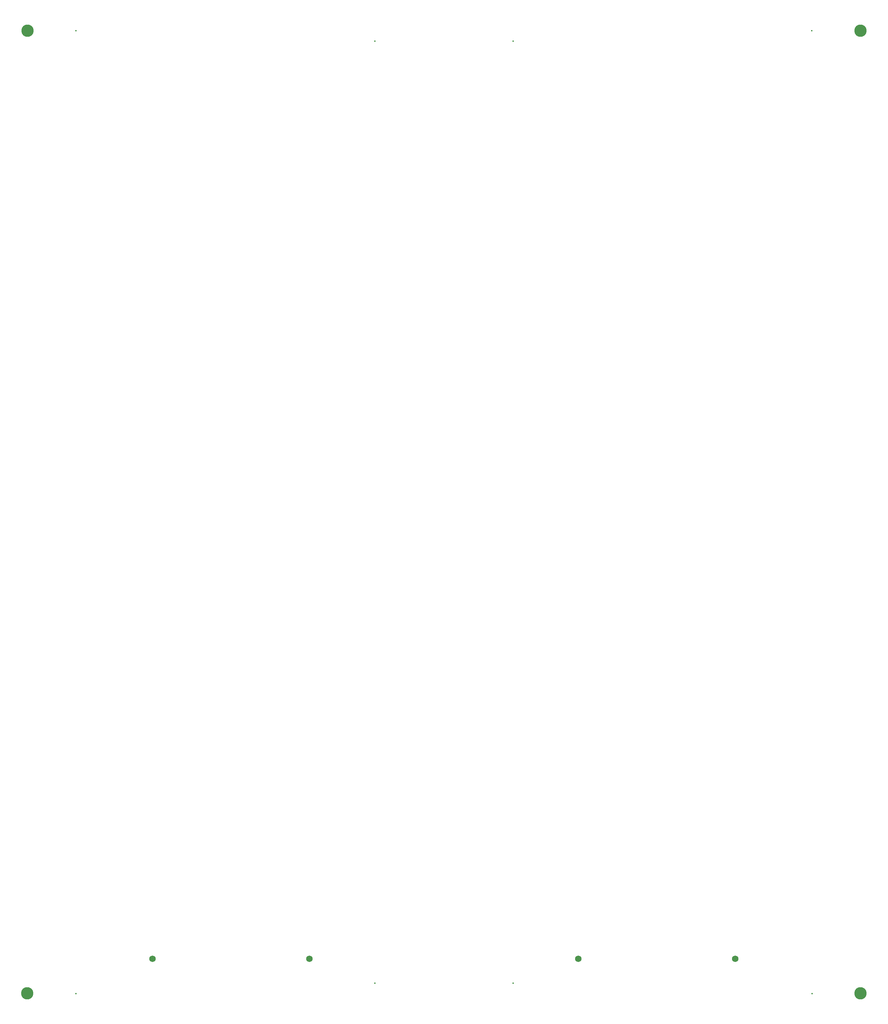
<source format=gts>
%FSLAX25Y25*%
%MOIN*%
G70*
G01*
G75*
G04 Layer_Color=8388736*
%ADD10R,0.06299X0.06299*%
%ADD11C,0.00800*%
%ADD12R,0.13900X8.43450*%
%ADD13R,0.12800X0.39900*%
%ADD14R,0.13700X8.34950*%
%ADD15C,0.06299*%
%ADD16C,0.01000*%
%ADD17C,0.12402*%
%ADD18C,0.02400*%
%ADD19R,0.02756X0.03543*%
%ADD20R,0.04724X0.06299*%
%ADD21R,0.08465X0.05906*%
%ADD22R,0.07874X0.05118*%
%ADD23C,0.02500*%
%ADD24C,0.01000*%
%ADD25R,8.76200X0.23800*%
%ADD26R,8.47300X0.35000*%
%ADD27C,0.06899*%
%ADD28C,0.01600*%
%ADD29C,0.13002*%
D27*
X159401Y62048D02*
D03*
X773507D02*
D03*
X324807D02*
D03*
X608107D02*
D03*
D28*
X78700Y25500D02*
D03*
X393800Y36400D02*
D03*
X539400D02*
D03*
X854400Y25600D02*
D03*
X854300Y1039400D02*
D03*
X539400Y1028600D02*
D03*
X393800D02*
D03*
X78800Y1039400D02*
D03*
D29*
X27582Y25615D02*
D03*
X905536D02*
D03*
X905600Y1039500D02*
D03*
X27700Y1039400D02*
D03*
M02*

</source>
